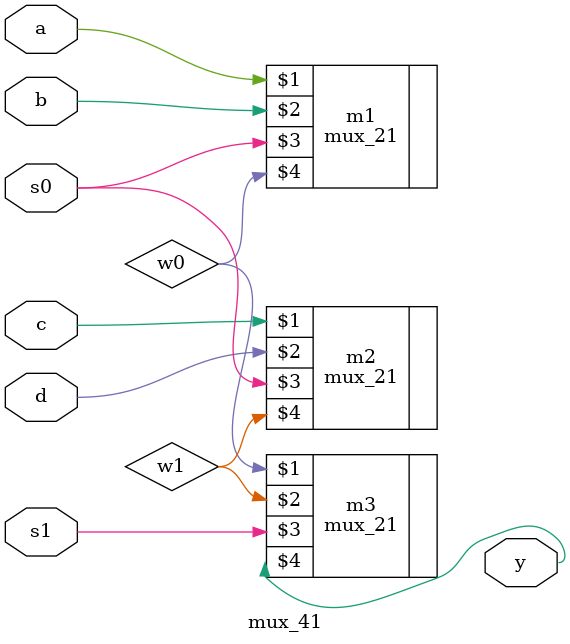
<source format=v>
module mux_41(a,b,c,d,s0,s1,y);

input a,b,c,d,s0,s1;
output y;
wire w0,w1;

mux_21 m1(a,b,s0,w0);
mux_21 m2(c,d,s0,w1);
mux_21 m3(w0,w1,s1,y);

endmodule


</source>
